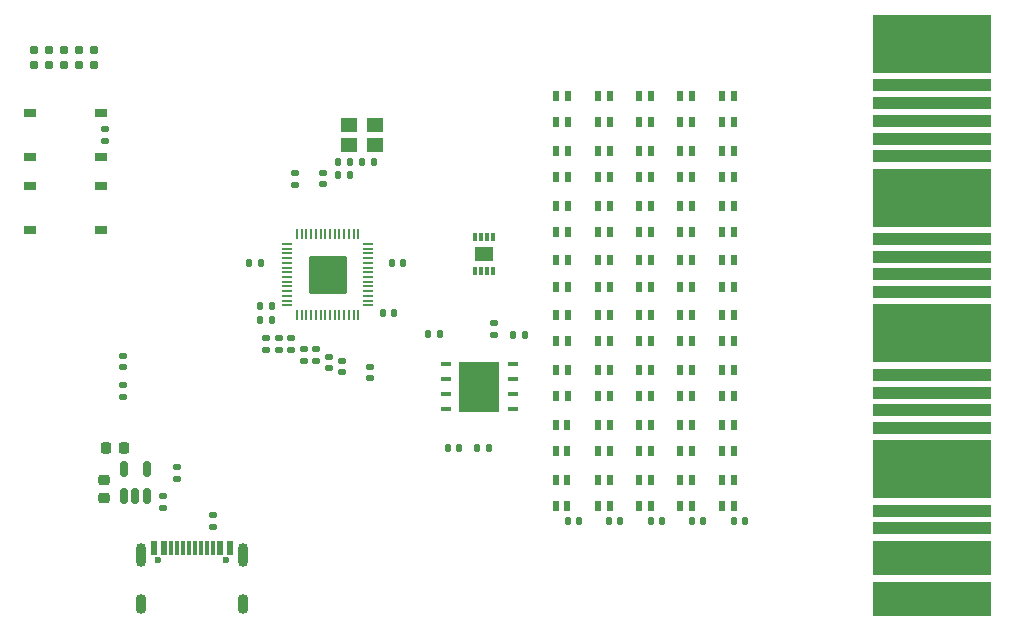
<source format=gbr>
%TF.GenerationSoftware,KiCad,Pcbnew,(6.0.5)*%
%TF.CreationDate,2022-06-08T22:30:05-07:00*%
%TF.ProjectId,diva-card,64697661-2d63-4617-9264-2e6b69636164,rev?*%
%TF.SameCoordinates,Original*%
%TF.FileFunction,Soldermask,Top*%
%TF.FilePolarity,Negative*%
%FSLAX46Y46*%
G04 Gerber Fmt 4.6, Leading zero omitted, Abs format (unit mm)*
G04 Created by KiCad (PCBNEW (6.0.5)) date 2022-06-08 22:30:05*
%MOMM*%
%LPD*%
G01*
G04 APERTURE LIST*
G04 Aperture macros list*
%AMRoundRect*
0 Rectangle with rounded corners*
0 $1 Rounding radius*
0 $2 $3 $4 $5 $6 $7 $8 $9 X,Y pos of 4 corners*
0 Add a 4 corners polygon primitive as box body*
4,1,4,$2,$3,$4,$5,$6,$7,$8,$9,$2,$3,0*
0 Add four circle primitives for the rounded corners*
1,1,$1+$1,$2,$3*
1,1,$1+$1,$4,$5*
1,1,$1+$1,$6,$7*
1,1,$1+$1,$8,$9*
0 Add four rect primitives between the rounded corners*
20,1,$1+$1,$2,$3,$4,$5,0*
20,1,$1+$1,$4,$5,$6,$7,0*
20,1,$1+$1,$6,$7,$8,$9,0*
20,1,$1+$1,$8,$9,$2,$3,0*%
G04 Aperture macros list end*
%ADD10R,0.609600X0.914400*%
%ADD11R,1.000000X0.750000*%
%ADD12R,3.454400X4.343400*%
%ADD13R,0.965200X0.431800*%
%ADD14R,0.300000X0.750000*%
%ADD15R,1.500000X1.300000*%
%ADD16RoundRect,0.135000X0.135000X0.185000X-0.135000X0.185000X-0.135000X-0.185000X0.135000X-0.185000X0*%
%ADD17RoundRect,0.225000X0.225000X0.250000X-0.225000X0.250000X-0.225000X-0.250000X0.225000X-0.250000X0*%
%ADD18RoundRect,0.140000X-0.170000X0.140000X-0.170000X-0.140000X0.170000X-0.140000X0.170000X0.140000X0*%
%ADD19R,10.000000X3.000000*%
%ADD20R,10.000000X1.000000*%
%ADD21R,10.000000X5.000000*%
%ADD22RoundRect,0.140000X-0.140000X-0.170000X0.140000X-0.170000X0.140000X0.170000X-0.140000X0.170000X0*%
%ADD23RoundRect,0.135000X0.185000X-0.135000X0.185000X0.135000X-0.185000X0.135000X-0.185000X-0.135000X0*%
%ADD24RoundRect,0.140000X0.140000X0.170000X-0.140000X0.170000X-0.140000X-0.170000X0.140000X-0.170000X0*%
%ADD25RoundRect,0.140000X0.170000X-0.140000X0.170000X0.140000X-0.170000X0.140000X-0.170000X-0.140000X0*%
%ADD26RoundRect,0.150000X0.150000X-0.512500X0.150000X0.512500X-0.150000X0.512500X-0.150000X-0.512500X0*%
%ADD27RoundRect,0.147500X0.147500X0.172500X-0.147500X0.172500X-0.147500X-0.172500X0.147500X-0.172500X0*%
%ADD28RoundRect,0.135000X-0.185000X0.135000X-0.185000X-0.135000X0.185000X-0.135000X0.185000X0.135000X0*%
%ADD29O,0.900000X2.000000*%
%ADD30O,0.900000X1.700000*%
%ADD31R,0.600000X1.160000*%
%ADD32R,0.300000X1.160000*%
%ADD33C,0.600000*%
%ADD34RoundRect,0.147500X0.172500X-0.147500X0.172500X0.147500X-0.172500X0.147500X-0.172500X-0.147500X0*%
%ADD35RoundRect,0.225000X0.250000X-0.225000X0.250000X0.225000X-0.250000X0.225000X-0.250000X-0.225000X0*%
%ADD36RoundRect,0.144000X1.456000X1.456000X-1.456000X1.456000X-1.456000X-1.456000X1.456000X-1.456000X0*%
%ADD37RoundRect,0.050000X0.050000X0.387500X-0.050000X0.387500X-0.050000X-0.387500X0.050000X-0.387500X0*%
%ADD38RoundRect,0.050000X0.387500X0.050000X-0.387500X0.050000X-0.387500X-0.050000X0.387500X-0.050000X0*%
%ADD39R,1.400000X1.200000*%
%ADD40C,0.787400*%
%ADD41RoundRect,0.135000X-0.135000X-0.185000X0.135000X-0.185000X0.135000X0.185000X-0.135000X0.185000X0*%
G04 APERTURE END LIST*
D10*
%TO.C,L33*%
X126462999Y-101263100D03*
X125463001Y-101263100D03*
X125463001Y-103472900D03*
X126462999Y-103472900D03*
%TD*%
%TO.C,L34*%
X126462999Y-96620242D03*
X125463001Y-96620242D03*
X125463001Y-98830042D03*
X126462999Y-98830042D03*
%TD*%
%TO.C,L36*%
X126462999Y-87334528D03*
X125463001Y-87334528D03*
X125463001Y-89544328D03*
X126462999Y-89544328D03*
%TD*%
%TO.C,L6*%
X112462998Y-78048814D03*
X111463000Y-78048814D03*
X111463000Y-80258614D03*
X112462998Y-80258614D03*
%TD*%
%TO.C,L12*%
X115962999Y-87334528D03*
X114963001Y-87334528D03*
X114963001Y-89544328D03*
X115962999Y-89544328D03*
%TD*%
%TO.C,L10*%
X115962999Y-96620242D03*
X114963001Y-96620242D03*
X114963001Y-98830042D03*
X115962999Y-98830042D03*
%TD*%
%TO.C,L20*%
X119462999Y-87334528D03*
X118463001Y-87334528D03*
X118463001Y-89544328D03*
X119462999Y-89544328D03*
%TD*%
%TO.C,L17*%
X119462999Y-101263100D03*
X118463001Y-101263100D03*
X118463001Y-103472900D03*
X119462999Y-103472900D03*
%TD*%
%TO.C,L15*%
X115962999Y-73405957D03*
X114963001Y-73405957D03*
X114963001Y-75615757D03*
X115962999Y-75615757D03*
%TD*%
%TO.C,L4*%
X112462998Y-87334528D03*
X111463000Y-87334528D03*
X111463000Y-89544328D03*
X112462998Y-89544328D03*
%TD*%
%TO.C,L31*%
X122962999Y-73405957D03*
X121963001Y-73405957D03*
X121963001Y-75615757D03*
X122962999Y-75615757D03*
%TD*%
%TO.C,L25*%
X122962999Y-101263100D03*
X121963001Y-101263100D03*
X121963001Y-103472900D03*
X122962999Y-103472900D03*
%TD*%
%TO.C,L24*%
X119462999Y-68763100D03*
X118463001Y-68763100D03*
X118463001Y-70972900D03*
X119462999Y-70972900D03*
%TD*%
%TO.C,L9*%
X115962999Y-101263100D03*
X114963001Y-101263100D03*
X114963001Y-103472900D03*
X115962999Y-103472900D03*
%TD*%
%TO.C,L3*%
X112462998Y-91977385D03*
X111463000Y-91977385D03*
X111463000Y-94187185D03*
X112462998Y-94187185D03*
%TD*%
%TO.C,L39*%
X126462999Y-73405957D03*
X125463001Y-73405957D03*
X125463001Y-75615757D03*
X126462999Y-75615757D03*
%TD*%
%TO.C,L27*%
X122962999Y-91977385D03*
X121963001Y-91977385D03*
X121963001Y-94187185D03*
X122962999Y-94187185D03*
%TD*%
%TO.C,L1*%
X112399974Y-101263100D03*
X111399976Y-101263100D03*
X111399976Y-103472900D03*
X112399974Y-103472900D03*
%TD*%
%TO.C,L40*%
X126462999Y-68763100D03*
X125463001Y-68763100D03*
X125463001Y-70972900D03*
X126462999Y-70972900D03*
%TD*%
%TO.C,L30*%
X122962999Y-78048814D03*
X121963001Y-78048814D03*
X121963001Y-80258614D03*
X122962999Y-80258614D03*
%TD*%
%TO.C,L13*%
X115962999Y-82691671D03*
X114963001Y-82691671D03*
X114963001Y-84901471D03*
X115962999Y-84901471D03*
%TD*%
%TO.C,L38*%
X126462999Y-78048814D03*
X125463001Y-78048814D03*
X125463001Y-80258614D03*
X126462999Y-80258614D03*
%TD*%
%TO.C,L18*%
X119462999Y-96620242D03*
X118463001Y-96620242D03*
X118463001Y-98830042D03*
X119462999Y-98830042D03*
%TD*%
%TO.C,L8*%
X112462998Y-68763100D03*
X111463000Y-68763100D03*
X111463000Y-70972900D03*
X112462998Y-70972900D03*
%TD*%
%TO.C,L11*%
X115962999Y-91977385D03*
X114963001Y-91977385D03*
X114963001Y-94187185D03*
X115962999Y-94187185D03*
%TD*%
%TO.C,L32*%
X122962999Y-68763100D03*
X121963001Y-68763100D03*
X121963001Y-70972900D03*
X122962999Y-70972900D03*
%TD*%
%TO.C,L29*%
X122962999Y-82691671D03*
X121963001Y-82691671D03*
X121963001Y-84901471D03*
X122962999Y-84901471D03*
%TD*%
%TO.C,L21*%
X119462999Y-82691671D03*
X118463001Y-82691671D03*
X118463001Y-84901471D03*
X119462999Y-84901471D03*
%TD*%
%TO.C,L16*%
X115962999Y-68763100D03*
X114963001Y-68763100D03*
X114963001Y-70972900D03*
X115962999Y-70972900D03*
%TD*%
%TO.C,L23*%
X119462999Y-73405957D03*
X118463001Y-73405957D03*
X118463001Y-75615757D03*
X119462999Y-75615757D03*
%TD*%
%TO.C,L35*%
X126462999Y-91977385D03*
X125463001Y-91977385D03*
X125463001Y-94187185D03*
X126462999Y-94187185D03*
%TD*%
%TO.C,L14*%
X115962999Y-78048814D03*
X114963001Y-78048814D03*
X114963001Y-80258614D03*
X115962999Y-80258614D03*
%TD*%
%TO.C,L7*%
X112462998Y-73405957D03*
X111463000Y-73405957D03*
X111463000Y-75615757D03*
X112462998Y-75615757D03*
%TD*%
%TO.C,L19*%
X119462999Y-91977385D03*
X118463001Y-91977385D03*
X118463001Y-94187185D03*
X119462999Y-94187185D03*
%TD*%
%TO.C,L28*%
X122962999Y-87334528D03*
X121963001Y-87334528D03*
X121963001Y-89544328D03*
X122962999Y-89544328D03*
%TD*%
%TO.C,L26*%
X122962999Y-96620242D03*
X121963001Y-96620242D03*
X121963001Y-98830042D03*
X122962999Y-98830042D03*
%TD*%
%TO.C,L37*%
X126462999Y-82691671D03*
X125463001Y-82691671D03*
X125463001Y-84901471D03*
X126462999Y-84901471D03*
%TD*%
%TO.C,L5*%
X112462998Y-82691671D03*
X111463000Y-82691671D03*
X111463000Y-84901471D03*
X112462998Y-84901471D03*
%TD*%
%TO.C,L2*%
X112399974Y-96620242D03*
X111399976Y-96620242D03*
X111399976Y-98830042D03*
X112399974Y-98830042D03*
%TD*%
%TO.C,L22*%
X119462999Y-78048814D03*
X118463001Y-78048814D03*
X118463001Y-80258614D03*
X119462999Y-80258614D03*
%TD*%
D11*
%TO.C,SW1*%
X72900000Y-70200000D03*
X72900000Y-73950000D03*
X66900000Y-70200000D03*
X66900000Y-73950000D03*
%TD*%
%TO.C,SW2*%
X72900000Y-76350000D03*
X72900000Y-80100000D03*
X66900000Y-76350000D03*
X66900000Y-80100000D03*
%TD*%
D12*
%TO.C,U3*%
X104946900Y-93375000D03*
D13*
X107817100Y-91470000D03*
X107817100Y-92740000D03*
X107817100Y-94010000D03*
X107817100Y-95280000D03*
X102076700Y-95280000D03*
X102076700Y-94010000D03*
X102076700Y-92740000D03*
X102076700Y-91470000D03*
%TD*%
D14*
%TO.C,U2*%
X106100000Y-80700000D03*
X105600000Y-80700000D03*
X105100000Y-80700000D03*
X104600000Y-80700000D03*
X104600000Y-83600000D03*
X105100000Y-83600000D03*
X105600000Y-83600000D03*
X106100000Y-83600000D03*
D15*
X105350000Y-82150000D03*
%TD*%
D16*
%TO.C,R5*%
X101635000Y-88925000D03*
X100615000Y-88925000D03*
%TD*%
D17*
%TO.C,C2*%
X74841400Y-98532000D03*
X73291400Y-98532000D03*
%TD*%
D18*
%TO.C,C10*%
X88983600Y-89282400D03*
X88983600Y-90242400D03*
%TD*%
D19*
%TO.C,J3*%
X143280000Y-111370000D03*
X143280000Y-107870000D03*
D20*
X143280000Y-105370000D03*
X143280000Y-103870000D03*
D21*
X143280000Y-100370000D03*
D20*
X143280000Y-96870000D03*
X143280000Y-95370000D03*
X143280000Y-93870000D03*
X143280000Y-92370000D03*
D21*
X143280000Y-88870000D03*
D20*
X143280000Y-85370000D03*
X143280000Y-83870000D03*
X143280000Y-82370000D03*
X143280000Y-80870000D03*
D21*
X143280000Y-77370000D03*
D20*
X143280000Y-73870000D03*
X143280000Y-72370000D03*
X143280000Y-70870000D03*
X143280000Y-69370000D03*
X143280000Y-67870000D03*
D21*
X143280000Y-64370000D03*
%TD*%
D22*
%TO.C,C6*%
X122948000Y-104768000D03*
X123908000Y-104768000D03*
%TD*%
D16*
%TO.C,R10*%
X93960000Y-75420000D03*
X92940000Y-75420000D03*
%TD*%
D18*
%TO.C,C19*%
X87950000Y-89270000D03*
X87950000Y-90230000D03*
%TD*%
D22*
%TO.C,C7*%
X126463000Y-104768000D03*
X127423000Y-104768000D03*
%TD*%
%TO.C,C22*%
X92990000Y-74374400D03*
X93950000Y-74374400D03*
%TD*%
D23*
%TO.C,R2*%
X73275000Y-72585000D03*
X73275000Y-71565000D03*
%TD*%
D22*
%TO.C,C16*%
X96770000Y-87110000D03*
X97730000Y-87110000D03*
%TD*%
D24*
%TO.C,C13*%
X86430000Y-82875000D03*
X85470000Y-82875000D03*
%TD*%
D25*
%TO.C,C14*%
X91700000Y-76230000D03*
X91700000Y-75270000D03*
%TD*%
D26*
%TO.C,U1*%
X74874400Y-102619500D03*
X75824400Y-102619500D03*
X76774400Y-102619500D03*
X76774400Y-100344500D03*
X74874400Y-100344500D03*
%TD*%
D22*
%TO.C,C3*%
X112403000Y-104768000D03*
X113363000Y-104768000D03*
%TD*%
D27*
%TO.C,D1*%
X103250000Y-98600000D03*
X102280000Y-98600000D03*
%TD*%
D28*
%TO.C,R7*%
X91100000Y-90160000D03*
X91100000Y-91180000D03*
%TD*%
D29*
%TO.C,J2*%
X76280000Y-107595000D03*
X84920000Y-107595000D03*
D30*
X84920000Y-111765000D03*
X76280000Y-111765000D03*
D31*
X77400000Y-107015000D03*
X78200000Y-107015000D03*
D32*
X78850000Y-107015000D03*
X79850000Y-107015000D03*
X81350000Y-107015000D03*
X82350000Y-107015000D03*
D31*
X83000000Y-107015000D03*
X83800000Y-107015000D03*
X83800000Y-107015000D03*
X83000000Y-107015000D03*
D32*
X81850000Y-107015000D03*
X80850000Y-107015000D03*
X80350000Y-107015000D03*
X79350000Y-107015000D03*
D31*
X78200000Y-107015000D03*
X77400000Y-107015000D03*
D33*
X77710000Y-108075000D03*
X83490000Y-108075000D03*
%TD*%
D22*
%TO.C,C4*%
X115918000Y-104768000D03*
X116878000Y-104768000D03*
%TD*%
D34*
%TO.C,D2*%
X74800000Y-91720000D03*
X74800000Y-90750000D03*
%TD*%
D35*
%TO.C,C1*%
X73124400Y-102807000D03*
X73124400Y-101257000D03*
%TD*%
D24*
%TO.C,C21*%
X96004000Y-74374400D03*
X95044000Y-74374400D03*
%TD*%
D36*
%TO.C,U4*%
X92092500Y-83890000D03*
D37*
X94692500Y-87327500D03*
X94292500Y-87327500D03*
X93892500Y-87327500D03*
X93492500Y-87327500D03*
X93092500Y-87327500D03*
X92692500Y-87327500D03*
X92292500Y-87327500D03*
X91892500Y-87327500D03*
X91492500Y-87327500D03*
X91092500Y-87327500D03*
X90692500Y-87327500D03*
X90292500Y-87327500D03*
X89892500Y-87327500D03*
X89492500Y-87327500D03*
D38*
X88655000Y-86490000D03*
X88655000Y-86090000D03*
X88655000Y-85690000D03*
X88655000Y-85290000D03*
X88655000Y-84890000D03*
X88655000Y-84490000D03*
X88655000Y-84090000D03*
X88655000Y-83690000D03*
X88655000Y-83290000D03*
X88655000Y-82890000D03*
X88655000Y-82490000D03*
X88655000Y-82090000D03*
X88655000Y-81690000D03*
X88655000Y-81290000D03*
D37*
X89492500Y-80452500D03*
X89892500Y-80452500D03*
X90292500Y-80452500D03*
X90692500Y-80452500D03*
X91092500Y-80452500D03*
X91492500Y-80452500D03*
X91892500Y-80452500D03*
X92292500Y-80452500D03*
X92692500Y-80452500D03*
X93092500Y-80452500D03*
X93492500Y-80452500D03*
X93892500Y-80452500D03*
X94292500Y-80452500D03*
X94692500Y-80452500D03*
D38*
X95530000Y-81290000D03*
X95530000Y-81690000D03*
X95530000Y-82090000D03*
X95530000Y-82490000D03*
X95530000Y-82890000D03*
X95530000Y-83290000D03*
X95530000Y-83690000D03*
X95530000Y-84090000D03*
X95530000Y-84490000D03*
X95530000Y-84890000D03*
X95530000Y-85290000D03*
X95530000Y-85690000D03*
X95530000Y-86090000D03*
X95530000Y-86490000D03*
%TD*%
D24*
%TO.C,C20*%
X87355000Y-87700000D03*
X86395000Y-87700000D03*
%TD*%
D39*
%TO.C,Y1*%
X93916000Y-72887600D03*
X96116000Y-72887600D03*
X96116000Y-71187600D03*
X93916000Y-71187600D03*
%TD*%
D28*
%TO.C,R8*%
X90058600Y-90160000D03*
X90058600Y-91180000D03*
%TD*%
D23*
%TO.C,R11*%
X79349600Y-101193600D03*
X79349600Y-100173600D03*
%TD*%
D18*
%TO.C,C17*%
X92220000Y-90860000D03*
X92220000Y-91820000D03*
%TD*%
D40*
%TO.C,J1*%
X72325659Y-66150000D03*
X71055659Y-66150000D03*
X69785659Y-66150000D03*
X68515659Y-66150000D03*
X67245659Y-66150000D03*
X67245659Y-64880000D03*
X68515659Y-64880000D03*
X69785659Y-64880000D03*
X71055659Y-64880000D03*
X72325659Y-64880000D03*
%TD*%
D18*
%TO.C,C11*%
X93330000Y-91190000D03*
X93330000Y-92150000D03*
%TD*%
D28*
%TO.C,R9*%
X89325000Y-75265000D03*
X89325000Y-76285000D03*
%TD*%
D22*
%TO.C,C8*%
X107810000Y-88980000D03*
X108770000Y-88980000D03*
%TD*%
D18*
%TO.C,C9*%
X95650000Y-91720000D03*
X95650000Y-92680000D03*
%TD*%
D28*
%TO.C,R3*%
X106150000Y-89030000D03*
X106150000Y-88010000D03*
%TD*%
%TO.C,R6*%
X74800000Y-93235000D03*
X74800000Y-94255000D03*
%TD*%
D24*
%TO.C,C12*%
X87363600Y-86512400D03*
X86403600Y-86512400D03*
%TD*%
D41*
%TO.C,R4*%
X104721200Y-98600000D03*
X105741200Y-98600000D03*
%TD*%
D22*
%TO.C,C15*%
X97550000Y-82940000D03*
X98510000Y-82940000D03*
%TD*%
%TO.C,C5*%
X119433000Y-104768000D03*
X120393000Y-104768000D03*
%TD*%
D23*
%TO.C,R1*%
X78130400Y-103634000D03*
X78130400Y-102614000D03*
%TD*%
D18*
%TO.C,C18*%
X86890000Y-89270000D03*
X86890000Y-90230000D03*
%TD*%
D23*
%TO.C,R12*%
X82346800Y-105259600D03*
X82346800Y-104239600D03*
%TD*%
M02*

</source>
